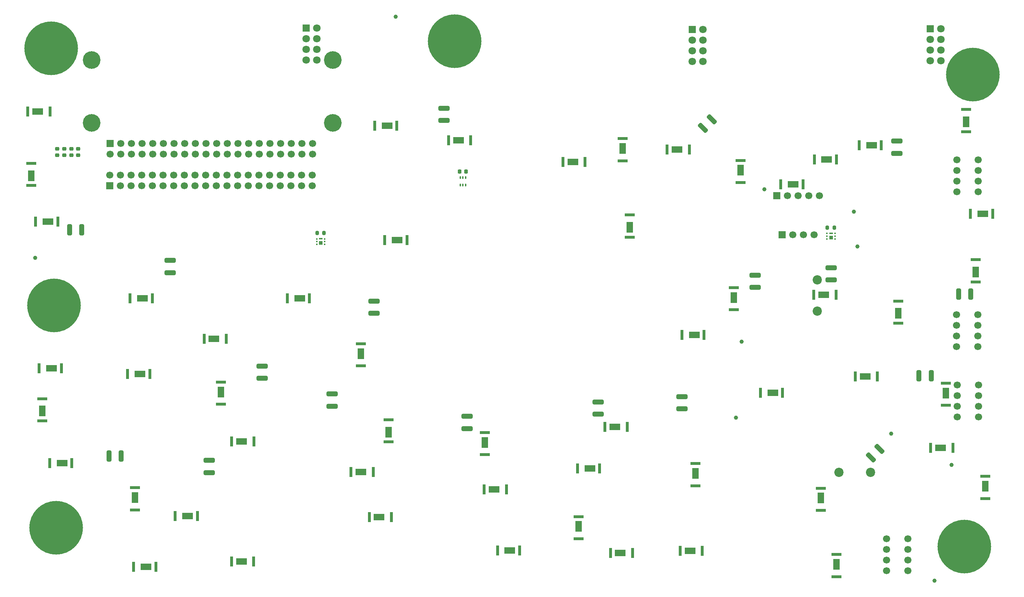
<source format=gbr>
%TF.GenerationSoftware,KiCad,Pcbnew,9.0.2*%
%TF.CreationDate,2025-11-22T08:51:33-08:00*%
%TF.ProjectId,MothBox_5.0.3,4d6f7468-426f-4785-9f35-2e302e332e6b,5.0.3*%
%TF.SameCoordinates,Original*%
%TF.FileFunction,Soldermask,Top*%
%TF.FilePolarity,Negative*%
%FSLAX46Y46*%
G04 Gerber Fmt 4.6, Leading zero omitted, Abs format (unit mm)*
G04 Created by KiCad (PCBNEW 9.0.2) date 2025-11-22 08:51:33*
%MOMM*%
%LPD*%
G01*
G04 APERTURE LIST*
G04 Aperture macros list*
%AMRoundRect*
0 Rectangle with rounded corners*
0 $1 Rounding radius*
0 $2 $3 $4 $5 $6 $7 $8 $9 X,Y pos of 4 corners*
0 Add a 4 corners polygon primitive as box body*
4,1,4,$2,$3,$4,$5,$6,$7,$8,$9,$2,$3,0*
0 Add four circle primitives for the rounded corners*
1,1,$1+$1,$2,$3*
1,1,$1+$1,$4,$5*
1,1,$1+$1,$6,$7*
1,1,$1+$1,$8,$9*
0 Add four rect primitives between the rounded corners*
20,1,$1+$1,$2,$3,$4,$5,0*
20,1,$1+$1,$4,$5,$6,$7,0*
20,1,$1+$1,$6,$7,$8,$9,0*
20,1,$1+$1,$8,$9,$2,$3,0*%
G04 Aperture macros list end*
%ADD10RoundRect,0.250000X-1.075000X0.312500X-1.075000X-0.312500X1.075000X-0.312500X1.075000X0.312500X0*%
%ADD11R,0.800000X2.400000*%
%ADD12R,2.630000X1.520000*%
%ADD13RoundRect,0.225000X-0.225000X-0.250000X0.225000X-0.250000X0.225000X0.250000X-0.225000X0.250000X0*%
%ADD14RoundRect,0.225000X-0.250000X0.225000X-0.250000X-0.225000X0.250000X-0.225000X0.250000X0.225000X0*%
%ADD15RoundRect,0.075000X-0.075000X0.250000X-0.075000X-0.250000X0.075000X-0.250000X0.075000X0.250000X0*%
%ADD16R,2.400000X0.800000*%
%ADD17R,1.520000X2.630000*%
%ADD18C,1.000000*%
%ADD19RoundRect,0.250000X-0.539169X0.981111X-0.981111X0.539169X0.539169X-0.981111X0.981111X-0.539169X0*%
%ADD20R,0.450000X0.400000*%
%ADD21R,0.910000X0.400000*%
%ADD22R,0.910000X0.810000*%
%ADD23C,12.800000*%
%ADD24R,1.700000X1.700000*%
%ADD25C,1.700000*%
%ADD26R,1.800000X1.780000*%
%ADD27C,1.800000*%
%ADD28RoundRect,0.250000X-0.312500X-1.075000X0.312500X-1.075000X0.312500X1.075000X-0.312500X1.075000X0*%
%ADD29RoundRect,0.250000X0.312500X1.075000X-0.312500X1.075000X-0.312500X-1.075000X0.312500X-1.075000X0*%
%ADD30RoundRect,0.250000X1.075000X-0.312500X1.075000X0.312500X-1.075000X0.312500X-1.075000X-0.312500X0*%
%ADD31RoundRect,0.200000X0.200000X0.275000X-0.200000X0.275000X-0.200000X-0.275000X0.200000X-0.275000X0*%
%ADD32C,2.200000*%
%ADD33C,4.204000*%
G04 APERTURE END LIST*
D10*
%TO.C,R37*%
X121932128Y19928372D03*
X121932128Y17003372D03*
%TD*%
%TO.C,R15*%
X-13685185Y-3549651D03*
X-13685185Y-6474651D03*
%TD*%
D11*
%TO.C,LED13*%
X13164815Y53787849D03*
X18444815Y53787849D03*
D12*
X16104815Y53787849D03*
%TD*%
D10*
%TO.C,R17*%
X-26244678Y-26032629D03*
X-26244678Y-28957629D03*
%TD*%
D13*
%TO.C,C13*%
X33423881Y42861407D03*
X34973881Y42861407D03*
%TD*%
D14*
%TO.C,C1*%
X-57482338Y48254459D03*
X-57482338Y46704459D03*
%TD*%
D10*
%TO.C,R22*%
X137604984Y50119912D03*
X137604984Y47194912D03*
%TD*%
%TO.C,R13*%
X35162498Y-15520039D03*
X35162498Y-18445039D03*
%TD*%
D15*
%TO.C,U18*%
X34854930Y41394962D03*
X34204930Y41394962D03*
X33554930Y41394962D03*
X33554930Y39594962D03*
X34204930Y39594962D03*
X34854930Y39594962D03*
%TD*%
D16*
%TO.C,LED9*%
X73957305Y32466849D03*
X73957305Y27186849D03*
D17*
X73957305Y29526849D03*
%TD*%
D14*
%TO.C,C21*%
X-62514152Y48239483D03*
X-62514152Y46689483D03*
%TD*%
D11*
%TO.C,LED44*%
X12824288Y-28752541D03*
X7544288Y-28752541D03*
D12*
X9884288Y-28752541D03*
%TD*%
D16*
%TO.C,LED23*%
X-68720499Y44777468D03*
X-68720499Y39497468D03*
D17*
X-68720499Y41837468D03*
%TD*%
D11*
%TO.C,LED37*%
X73354815Y-18012151D03*
X68074815Y-18012151D03*
D12*
X70414815Y-18012151D03*
%TD*%
D18*
%TO.C,TP9*%
X-67749331Y22291322D03*
%TD*%
D11*
%TO.C,LED12*%
X109962528Y39797849D03*
X115242528Y39797849D03*
D12*
X112902528Y39797849D03*
%TD*%
D11*
%TO.C,LED35*%
X74654815Y-48062151D03*
X69374815Y-48062151D03*
D12*
X71714815Y-48062151D03*
%TD*%
D16*
%TO.C,LED40*%
X39414241Y-24668396D03*
X39414241Y-19388396D03*
D17*
X39414241Y-21728396D03*
%TD*%
D19*
%TO.C,R8*%
X133515012Y-23272435D03*
X131446724Y-25340723D03*
%TD*%
D16*
%TO.C,LED28*%
X149348989Y-12894689D03*
X149348989Y-7614689D03*
D17*
X149348989Y-9954689D03*
%TD*%
D20*
%TO.C,Q3*%
X1250882Y25456536D03*
X1250882Y26116535D03*
X1250882Y26766536D03*
X-649118Y26766536D03*
X-649118Y26116535D03*
X-649118Y25456536D03*
D21*
X300882Y26816537D03*
D22*
X300882Y25786537D03*
%TD*%
D23*
%TO.C,H3*%
X32214815Y73937849D03*
%TD*%
D16*
%TO.C,LED33*%
X123264815Y-53752151D03*
X123264815Y-48472151D03*
D17*
X123264815Y-50812151D03*
%TD*%
D11*
%TO.C,LED41*%
X44550556Y-32978424D03*
X39270556Y-32978424D03*
D12*
X41610556Y-32978424D03*
%TD*%
D11*
%TO.C,LED22*%
X-67655045Y30903755D03*
X-62375045Y30903755D03*
D12*
X-64715045Y30903755D03*
%TD*%
D11*
%TO.C,LED42*%
X42446264Y-47481387D03*
X47726264Y-47481387D03*
D12*
X45386264Y-47481387D03*
%TD*%
D10*
%TO.C,R23*%
X29701110Y57919480D03*
X29701110Y54994480D03*
%TD*%
D18*
%TO.C,TP4*%
X106088922Y38593494D03*
%TD*%
%TO.C,TP7*%
X100644448Y2305791D03*
%TD*%
D23*
%TO.C,H6*%
X-62785185Y-42062151D03*
%TD*%
D11*
%TO.C,LED21*%
X-45725536Y-5454480D03*
X-40445536Y-5454480D03*
D12*
X-42785536Y-5454480D03*
%TD*%
D24*
%TO.C,U5*%
X-50012001Y39448894D03*
D25*
X-50012001Y41988894D03*
X-47472001Y39448894D03*
X-47472001Y41988894D03*
X-44932002Y39448894D03*
X-44932001Y41988894D03*
X-42392001Y39448894D03*
X-42392001Y41988894D03*
X-39852001Y39448894D03*
X-39852001Y41988894D03*
X-37312001Y39448894D03*
X-37312001Y41988894D03*
X-34772001Y39448894D03*
X-34772001Y41988894D03*
X-32232000Y39448894D03*
X-32232001Y41988894D03*
X-29692001Y39448894D03*
X-29692001Y41988894D03*
X-27152001Y39448894D03*
X-27152001Y41988894D03*
X-24612001Y39448894D03*
X-24612001Y41988894D03*
X-22072002Y39448894D03*
X-22072001Y41988894D03*
X-19532001Y39448894D03*
X-19532001Y41988894D03*
X-16992001Y39448894D03*
X-16992001Y41988894D03*
X-14452001Y39448894D03*
X-14452001Y41988894D03*
X-11912002Y39448894D03*
X-11912001Y41988894D03*
X-9372000Y39448894D03*
X-9372001Y41988894D03*
X-6832001Y39448894D03*
X-6832001Y41988894D03*
X-4292001Y39448894D03*
X-4292001Y41988894D03*
X-1752001Y39448894D03*
X-1752001Y41988894D03*
%TD*%
D11*
%TO.C,LED38*%
X61524815Y-27912151D03*
X66804815Y-27912151D03*
D12*
X64464815Y-27912151D03*
%TD*%
D14*
%TO.C,C20*%
X-60837579Y48261651D03*
X-60837579Y46711651D03*
%TD*%
D26*
%TO.C,H10*%
X88827556Y76664779D03*
D27*
X91367556Y76664779D03*
X88827556Y74124779D03*
X91367556Y74124779D03*
X88827556Y71584779D03*
X91367556Y71584779D03*
X88827556Y69044779D03*
X91367556Y69044779D03*
%TD*%
D11*
%TO.C,LED20*%
X-22220522Y2937849D03*
X-27500522Y2937849D03*
D12*
X-25160522Y2937849D03*
%TD*%
D11*
%TO.C,LED16*%
X-64290000Y-26665671D03*
X-59010000Y-26665671D03*
D12*
X-61350000Y-26665671D03*
%TD*%
D28*
%TO.C,R16*%
X152362506Y13603935D03*
X155287506Y13603935D03*
%TD*%
D29*
%TO.C,R24*%
X-47247654Y-24967801D03*
X-50172654Y-24967801D03*
%TD*%
D16*
%TO.C,LED7*%
X98753974Y9874638D03*
X98753974Y15154638D03*
D17*
X98753974Y12814638D03*
%TD*%
D11*
%TO.C,LED52*%
X123143246Y13469896D03*
X117863246Y13469896D03*
D12*
X120203246Y13469896D03*
%TD*%
D11*
%TO.C,LED53*%
X133012853Y-5999252D03*
X127732853Y-5999252D03*
D12*
X130072853Y-5999252D03*
%TD*%
D20*
%TO.C,Q7*%
X122885904Y26753819D03*
X122885904Y27413818D03*
X122885904Y28063819D03*
X120985904Y28063819D03*
X120985904Y27413818D03*
X120985904Y26753819D03*
D21*
X121935904Y28113820D03*
D22*
X121935904Y27083820D03*
%TD*%
D11*
%TO.C,LED2*%
X-34378623Y-39273687D03*
X-29098623Y-39273687D03*
D12*
X-31438623Y-39273687D03*
%TD*%
D30*
%TO.C,R18*%
X13021754Y9045081D03*
X13021754Y11970081D03*
%TD*%
D16*
%TO.C,LED34*%
X89653568Y-32067606D03*
X89653568Y-26787606D03*
D17*
X89653568Y-29127606D03*
%TD*%
D18*
%TO.C,TP6*%
X128267838Y24986014D03*
%TD*%
D11*
%TO.C,LED15*%
X63329814Y45116682D03*
X58049814Y45116682D03*
D12*
X60389814Y45116682D03*
%TD*%
D11*
%TO.C,LED8*%
X86419596Y3861772D03*
X91699596Y3861772D03*
D12*
X89359596Y3861772D03*
%TD*%
D16*
%TO.C,LED25*%
X156434036Y21823489D03*
X156434036Y16543489D03*
D17*
X156434036Y18883489D03*
%TD*%
D31*
%TO.C,R9*%
X122731363Y29449739D03*
X121081363Y29449739D03*
%TD*%
D11*
%TO.C,LED18*%
X-66812031Y-4052383D03*
X-61532031Y-4052383D03*
D12*
X-63872031Y-4052383D03*
%TD*%
D11*
%TO.C,LED10*%
X128672760Y49092134D03*
X133952760Y49092134D03*
D12*
X131612760Y49092134D03*
%TD*%
D11*
%TO.C,LED36*%
X91269834Y-47551229D03*
X85989834Y-47551229D03*
D12*
X88329834Y-47551229D03*
%TD*%
D16*
%TO.C,LED1*%
X-43968473Y-37821826D03*
X-43968473Y-32541826D03*
D17*
X-43968473Y-34881826D03*
%TD*%
D16*
%TO.C,LED49*%
X72237502Y45398461D03*
X72237502Y50678461D03*
D17*
X72237502Y48338461D03*
%TD*%
D16*
%TO.C,LED30*%
X158680815Y-35107165D03*
X158680815Y-29827165D03*
D17*
X158680815Y-32167165D03*
%TD*%
D16*
%TO.C,LED46*%
X-23452121Y-12643335D03*
X-23452121Y-7363335D03*
D17*
X-23452121Y-9703335D03*
%TD*%
D23*
%TO.C,H7*%
X153714815Y-46562151D03*
%TD*%
D16*
%TO.C,LED39*%
X61735751Y-44702319D03*
X61735751Y-39422319D03*
D17*
X61735751Y-41762319D03*
%TD*%
D18*
%TO.C,TP3*%
X127364815Y33237849D03*
%TD*%
D16*
%TO.C,LED27*%
X154160114Y57628725D03*
X154160114Y52348725D03*
D17*
X154160114Y54688725D03*
%TD*%
D11*
%TO.C,LED50*%
X88150103Y48090952D03*
X82870103Y48090952D03*
D12*
X85210103Y48090952D03*
%TD*%
D19*
%TO.C,R28*%
X93484709Y55279973D03*
X91416421Y53211685D03*
%TD*%
D11*
%TO.C,LED31*%
X105124815Y-9912151D03*
X110404815Y-9912151D03*
D12*
X108064815Y-9912151D03*
%TD*%
D10*
%TO.C,R10*%
X86402034Y-10815518D03*
X86402034Y-13740518D03*
%TD*%
D16*
%TO.C,LED32*%
X119514815Y-37952151D03*
X119514815Y-32672151D03*
D17*
X119514815Y-35012151D03*
%TD*%
D23*
%TO.C,H4*%
X-63935185Y72187849D03*
%TD*%
D11*
%TO.C,LED48*%
X-15657713Y-50113872D03*
X-20937713Y-50113872D03*
D12*
X-18597713Y-50113872D03*
%TD*%
D18*
%TO.C,TP2*%
X150700883Y-27066684D03*
%TD*%
D16*
%TO.C,LED51*%
X100425197Y40220959D03*
X100425197Y45500959D03*
D17*
X100425197Y43160959D03*
%TD*%
D11*
%TO.C,LED6*%
X-7652359Y12630475D03*
X-2372359Y12630475D03*
D12*
X-4712359Y12630475D03*
%TD*%
D23*
%TO.C,H5*%
X-63300000Y10884329D03*
%TD*%
D10*
%TO.C,R14*%
X3039064Y-10205001D03*
X3039064Y-13130001D03*
%TD*%
D18*
%TO.C,TP8*%
X18208170Y79732148D03*
%TD*%
D11*
%TO.C,LED3*%
X-44275185Y-51412151D03*
X-38995185Y-51412151D03*
D12*
X-41335185Y-51412151D03*
%TD*%
D11*
%TO.C,LED4*%
X15583214Y26514862D03*
X20863214Y26514862D03*
D12*
X18523214Y26514862D03*
%TD*%
D16*
%TO.C,LED54*%
X137992829Y11973809D03*
X137992829Y6693809D03*
D17*
X137992829Y9033809D03*
%TD*%
D11*
%TO.C,LED47*%
X-15645185Y-21512151D03*
X-20925185Y-21512151D03*
D12*
X-18585185Y-21512151D03*
%TD*%
D29*
%TO.C,R26*%
X-56638993Y28962261D03*
X-59563993Y28962261D03*
%TD*%
D16*
%TO.C,LED45*%
X16449790Y-16356998D03*
X16449790Y-21636998D03*
D17*
X16449790Y-19296998D03*
%TD*%
D16*
%TO.C,LED5*%
X9845089Y-3502151D03*
X9845089Y1777849D03*
D17*
X9845089Y-562151D03*
%TD*%
D10*
%TO.C,R12*%
X66457030Y-12086852D03*
X66457030Y-15011852D03*
%TD*%
%TO.C,R25*%
X-35556060Y21652849D03*
X-35556060Y18727849D03*
%TD*%
D11*
%TO.C,LED14*%
X36062288Y50273830D03*
X30782288Y50273830D03*
D12*
X33122288Y50273830D03*
%TD*%
D16*
%TO.C,LED17*%
X-66035185Y-11322151D03*
X-66035185Y-16602151D03*
D17*
X-66035185Y-14262151D03*
%TD*%
D26*
%TO.C,H9*%
X-3153838Y77032342D03*
D27*
X-613838Y77032342D03*
X-3153838Y74492342D03*
X-613838Y74492342D03*
X-3153838Y71952342D03*
X-613838Y71952342D03*
X-3153838Y69412342D03*
X-613838Y69412342D03*
%TD*%
D26*
%TO.C,H8*%
X145620519Y76898184D03*
D27*
X148160519Y76898184D03*
X145620519Y74358184D03*
X148160519Y74358184D03*
X145620519Y71818184D03*
X148160519Y71818184D03*
X145620519Y69278184D03*
X148160519Y69278184D03*
%TD*%
D23*
%TO.C,H2*%
X155714815Y65937849D03*
%TD*%
D11*
%TO.C,LED11*%
X117969562Y45680128D03*
X123249562Y45680128D03*
D12*
X120909562Y45680128D03*
%TD*%
D18*
%TO.C,TP10*%
X146615789Y-54705402D03*
%TD*%
D28*
%TO.C,R7*%
X142907750Y-5814389D03*
X145832750Y-5814389D03*
%TD*%
D18*
%TO.C,TP5*%
X136316275Y-19642711D03*
%TD*%
D31*
%TO.C,R11*%
X1109568Y28221473D03*
X-540432Y28221473D03*
%TD*%
D11*
%TO.C,LED29*%
X150994815Y-23062151D03*
X145714815Y-23062151D03*
D12*
X148054815Y-23062151D03*
%TD*%
D11*
%TO.C,LED43*%
X17157522Y-39514134D03*
X11877522Y-39514134D03*
D12*
X14217522Y-39514134D03*
%TD*%
D11*
%TO.C,LED24*%
X-64241445Y57102811D03*
X-69521445Y57102811D03*
D12*
X-67181445Y57102811D03*
%TD*%
D10*
%TO.C,R20*%
X103850261Y18119227D03*
X103850261Y15194227D03*
%TD*%
D14*
%TO.C,C19*%
X-59169593Y48249467D03*
X-59169593Y46699467D03*
%TD*%
D11*
%TO.C,LED26*%
X155195902Y32762923D03*
X160475902Y32762923D03*
D12*
X158135902Y32762923D03*
%TD*%
D11*
%TO.C,LED19*%
X-45128725Y12615695D03*
X-39848725Y12615695D03*
D12*
X-42188725Y12615695D03*
%TD*%
D25*
%TO.C,J4*%
X157061743Y45616086D03*
X151981743Y45616086D03*
X157061743Y43076086D03*
X151981743Y43076086D03*
X157061743Y40536086D03*
X151981743Y40536086D03*
X157061743Y37996086D03*
X151981743Y37996086D03*
%TD*%
D32*
%TO.C,C16*%
X118675583Y9548297D03*
X118675583Y17048297D03*
%TD*%
D24*
%TO.C,U7*%
X-49915185Y49490349D03*
D25*
X-49915185Y46950349D03*
X-47375185Y49490349D03*
X-47375185Y46950349D03*
X-44835185Y49490349D03*
X-44835185Y46950349D03*
X-42295185Y49490349D03*
X-42295185Y46950349D03*
X-39755185Y49490349D03*
X-39755185Y46950349D03*
X-37215185Y49490349D03*
X-37215185Y46950349D03*
X-34675185Y49490349D03*
X-34675185Y46950349D03*
X-32135185Y49490349D03*
X-32135185Y46950349D03*
X-29595185Y49490349D03*
X-29595185Y46950349D03*
X-27055185Y49490349D03*
X-27055185Y46950349D03*
X-24515185Y49490349D03*
X-24515185Y46950349D03*
X-21975185Y49490349D03*
X-21975185Y46950349D03*
X-19435185Y49490349D03*
X-19435185Y46950349D03*
X-16895185Y49490349D03*
X-16895185Y46950349D03*
X-14355185Y49490349D03*
X-14355185Y46950349D03*
X-11815185Y49490349D03*
X-11815185Y46950349D03*
X-9275185Y49490349D03*
X-9275185Y46950349D03*
X-6735185Y49490349D03*
X-6735185Y46950349D03*
X-4195185Y49490349D03*
X-4195185Y46950349D03*
X-1655185Y49490349D03*
X-1655185Y46950349D03*
%TD*%
%TO.C,J3*%
X157079878Y-8069029D03*
X151999878Y-8069029D03*
X157079878Y-10609029D03*
X151999878Y-10609029D03*
X157079878Y-13149029D03*
X151999878Y-13149029D03*
X157079878Y-15689029D03*
X151999878Y-15689029D03*
%TD*%
D24*
%TO.C,U8*%
X109003998Y37067769D03*
D25*
X111543998Y37067769D03*
X114083998Y37067769D03*
X116623998Y37067769D03*
X119163998Y37067769D03*
%TD*%
%TO.C,J2*%
X140302098Y-44704396D03*
X135222098Y-44704396D03*
X140302098Y-47244396D03*
X135222098Y-47244396D03*
X140302098Y-49784396D03*
X135222098Y-49784396D03*
X140302098Y-52324396D03*
X135222098Y-52324396D03*
%TD*%
D33*
%TO.C,U6*%
X-54285185Y54437849D03*
X3214815Y54437849D03*
X-54285185Y69437849D03*
X3214815Y69437849D03*
%TD*%
D25*
%TO.C,J1*%
X156914327Y8694689D03*
X151834327Y8694689D03*
X156914327Y6154689D03*
X151834327Y6154689D03*
X156914327Y3614689D03*
X151834327Y3614689D03*
X156914327Y1074689D03*
X151834327Y1074689D03*
%TD*%
D24*
%TO.C,H1*%
X110274815Y27787849D03*
D25*
X112814815Y27787849D03*
X115354814Y27787849D03*
X117894815Y27787849D03*
%TD*%
D18*
%TO.C,TP1*%
X99243003Y-15812151D03*
%TD*%
D32*
%TO.C,C14*%
X131365786Y-28845465D03*
X123865786Y-28845465D03*
%TD*%
M02*

</source>
